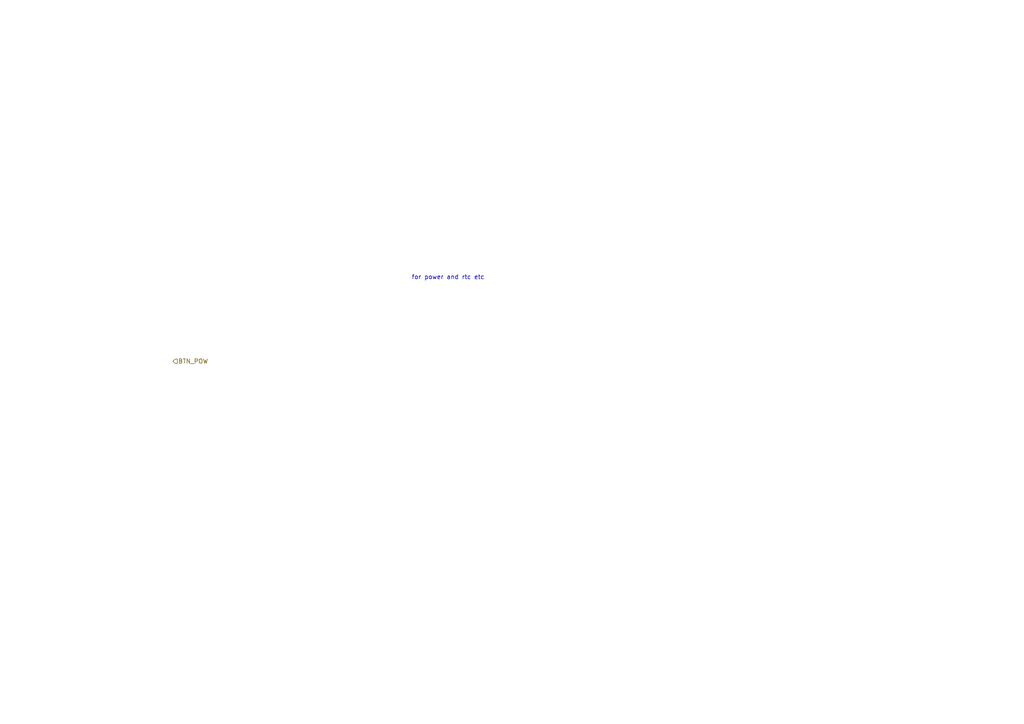
<source format=kicad_sch>
(kicad_sch (version 20210621) (generator eeschema)
  (paper "A4")
  (lib_symbols)
  (text "for power and rtc etc" (at 119.38 81.28 0) (effects (font (size 1.27 1.27)) (justify left bottom)))
  (hierarchical_label "BTN_POW" (shape input) (at 50.165 104.775 0))
)
</source>
